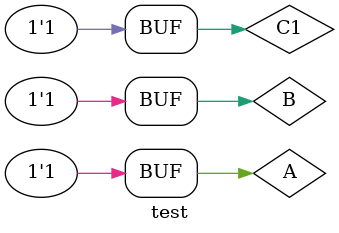
<source format=v>
`timescale 1ns / 1ps


module test;

	// Inputs
	reg A;
	reg B;
	reg C1;

	// Outputs
	wire F;
	wire C2;

	// Instantiate the Unit Under Test (UUT)
	yiweijiafaqi uut (
		.A(A), 
		.B(B), 
		.C1(C1), 
		.F(F), 
		.C2(C2)
	);

	initial begin
		// Initialize Inputs
		A = 0;
		B = 0;
		C1 = 0;

		// Wait 100 ns for global reset to finish
		#100;
		A = 0;
		B = 0;
		C1 = 1;

		// Wait 100 ns for global reset to finish
		#100;
		A = 0;
		B = 1;
		C1 = 0;

		// Wait 100 ns for global reset to finish
		#100;
		A = 0;
		B = 1;
		C1 = 1;

		// Wait 100 ns for global reset to finish
		#100;
		A = 1;
		B = 0;
		C1 = 0;

		// Wait 100 ns for global reset to finish
		#100;
		A = 1;
		B = 0;
		C1 = 1;

		// Wait 100 ns for global reset to finish
		#100;
		A = 1;
		B = 1;
		C1 = 0;

		// Wait 100 ns for global reset to finish
		#100;
		A = 1;
		B = 1;
		C1 = 1;

		// Wait 100 ns for global reset to finish
		#100;
        
		// Add stimulus here

	end
      
endmodule


</source>
